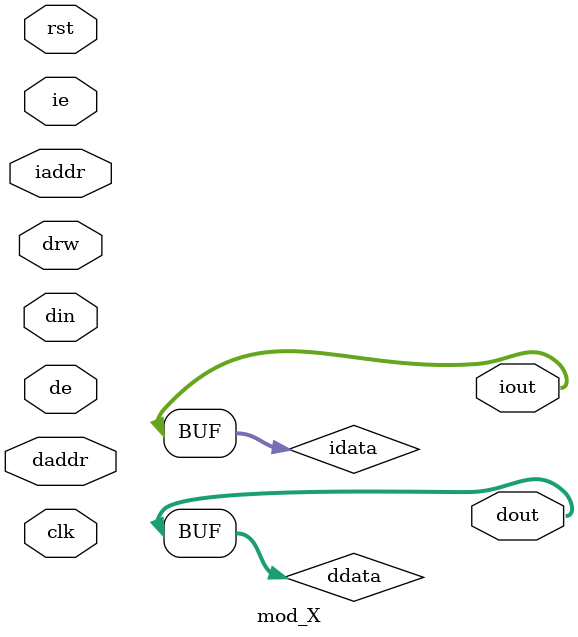
<source format=v>
/*
    Copyright 2010 David Fritz, Brian Gordon, Wira Mulia

    This program is free software: you can redistribute it and/or modify
    it under the terms of the GNU General Public License as published by
    the Free Software Foundation, either version 3 of the License, or
    (at your option) any later version.

    This program is distributed in the hope that it will be useful,
    but WITHOUT ANY WARRANTY; without even the implied warranty of
    MERCHANTABILITY or FITNESS FOR A PARTICULAR PURPOSE.  See the
    GNU General Public License for more details.

    You should have received a copy of the GNU General Public License
    along with this program.  If not, see <http://www.gnu.org/licenses/>.

 */

module mod_X(rst, clk, ie, de, iaddr, daddr, drw, din, iout, dout);
        input rst;
        input clk;
        input ie,de;
        input [31:0] iaddr, daddr;
        input [1:0] drw;
        input [31:0] din;
        output [31:0] iout, dout;

        wire [31:0] idata, ddata;
        assign iout = idata;
        assign dout = ddata;

	/* all data bus activity is negative edge triggered */
	always @(negedge clk) begin
		if (drw[0] && de && !rst) begin
			/* write cycle */
		end else if (rst) begin
			/* idle / read cycle */
		end
	end
endmodule

</source>
